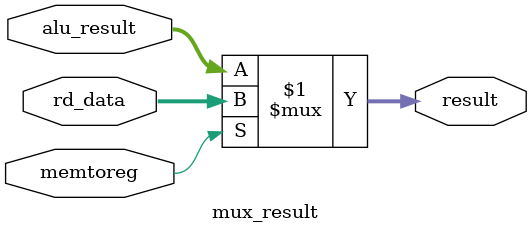
<source format=v>

module mux_result(alu_result,rd_data,memtoreg,result);
input[31:0]alu_result,rd_data;
input memtoreg;
output [31:0]result;

assign result=(memtoreg) ? rd_data : alu_result;
endmodule



</source>
